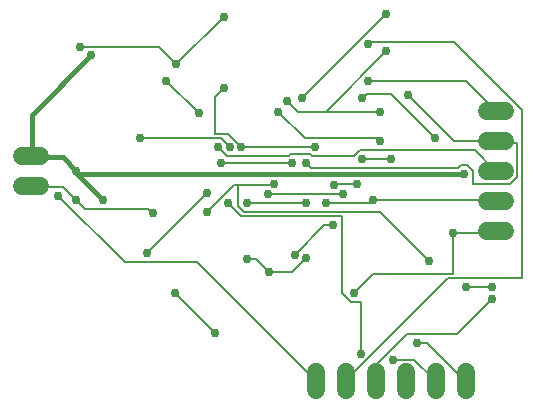
<source format=gbr>
G04 EAGLE Gerber RS-274X export*
G75*
%MOMM*%
%FSLAX34Y34*%
%LPD*%
%INBottom Copper*%
%IPPOS*%
%AMOC8*
5,1,8,0,0,1.08239X$1,22.5*%
G01*
%ADD10C,1.524000*%
%ADD11C,0.152400*%
%ADD12C,0.756400*%
%ADD13C,0.400000*%


D10*
X17780Y215900D02*
X33020Y215900D01*
X33020Y190500D02*
X17780Y190500D01*
X266700Y33020D02*
X266700Y17780D01*
X292100Y17780D02*
X292100Y33020D01*
X317500Y33020D02*
X317500Y17780D01*
X342900Y17780D02*
X342900Y33020D01*
X368300Y33020D02*
X368300Y17780D01*
X393700Y17780D02*
X393700Y33020D01*
X411480Y152400D02*
X426720Y152400D01*
X426720Y177800D02*
X411480Y177800D01*
X411480Y203200D02*
X426720Y203200D01*
X426720Y228600D02*
X411480Y228600D01*
X411480Y254000D02*
X426720Y254000D01*
D11*
X361250Y57500D02*
X392500Y26250D01*
X361250Y57500D02*
X352500Y57500D01*
X392500Y26250D02*
X393700Y25400D01*
X382500Y151250D02*
X418750Y151250D01*
X419100Y152400D01*
X188750Y333750D02*
X148750Y293750D01*
X52500Y190000D02*
X63750Y178750D01*
X52500Y190000D02*
X26250Y190000D01*
X25400Y190500D01*
X133750Y308750D02*
X148750Y293750D01*
X133750Y308750D02*
X67500Y308750D01*
X125000Y171250D02*
X128750Y167500D01*
X125000Y171250D02*
X71250Y171250D01*
X63750Y178750D01*
X382500Y151250D02*
X382500Y116250D01*
X315000Y116250D01*
X298750Y100000D01*
D12*
X352500Y57500D03*
X382500Y151250D03*
X148750Y293750D03*
X188750Y333750D03*
X63750Y178750D03*
X67500Y308750D03*
X128750Y167500D03*
X298750Y100000D03*
D11*
X246250Y210000D02*
X186250Y210000D01*
X175000Y185000D02*
X123750Y133750D01*
D12*
X246250Y210000D03*
X186250Y210000D03*
X175000Y185000D03*
X123750Y133750D03*
D11*
X393750Y105000D02*
X416250Y105000D01*
D12*
X416250Y105000D03*
X393750Y105000D03*
D11*
X257500Y231250D02*
X235000Y253750D01*
X257500Y231250D02*
X318750Y231250D01*
X321250Y228750D01*
D12*
X235000Y253750D03*
X321250Y228750D03*
D11*
X251250Y253750D02*
X242500Y262500D01*
X275000Y253750D02*
X321250Y253750D01*
X275000Y253750D02*
X251250Y253750D01*
X275000Y253750D02*
X326250Y305000D01*
D12*
X242500Y262500D03*
X321250Y253750D03*
X326250Y305000D03*
D11*
X167500Y252500D02*
X140000Y280000D01*
D12*
X167500Y252500D03*
X140000Y280000D03*
D11*
X166250Y126250D02*
X266250Y26250D01*
X166250Y126250D02*
X105000Y126250D01*
X48750Y182500D01*
X266250Y26250D02*
X266700Y25400D01*
D12*
X48750Y182500D03*
D13*
X26250Y251250D02*
X76250Y301250D01*
X26250Y251250D02*
X26250Y216250D01*
X25400Y215900D01*
X52500Y215000D02*
X63750Y203750D01*
X52500Y215000D02*
X27500Y215000D01*
X25400Y215900D01*
X62500Y202500D02*
X86250Y178750D01*
X62500Y202500D02*
X63750Y203750D01*
X66250Y201250D02*
X392500Y201250D01*
X66250Y201250D02*
X63750Y203750D01*
D12*
X76250Y301250D03*
X63750Y203750D03*
X86250Y178750D03*
X392500Y201250D03*
D11*
X418750Y178750D02*
X315000Y178750D01*
X418750Y178750D02*
X419100Y177800D01*
X188750Y273750D02*
X181250Y266250D01*
X181250Y235000D01*
X192500Y235000D01*
X203750Y223750D01*
X266250Y223750D01*
X258750Y130000D02*
X246250Y117500D01*
X227500Y117500D01*
X216250Y128750D01*
X208750Y128750D01*
X312500Y176250D02*
X315000Y178750D01*
X312500Y176250D02*
X275000Y176250D01*
D12*
X315000Y178750D03*
X188750Y273750D03*
X203750Y223750D03*
X266250Y223750D03*
X258750Y130000D03*
X227500Y117500D03*
X208750Y128750D03*
X275000Y176250D03*
D11*
X258750Y176250D02*
X208750Y176250D01*
X345000Y267500D02*
X383750Y228750D01*
X418750Y228750D01*
X419100Y228600D01*
X262500Y206250D02*
X258750Y210000D01*
X262500Y206250D02*
X387500Y206250D01*
X390000Y208750D01*
X395000Y208750D01*
X400000Y203750D01*
X400000Y192500D01*
X431250Y192500D01*
X437500Y198750D01*
X437500Y227500D01*
X420000Y227500D01*
X419100Y228600D01*
D12*
X208750Y176250D03*
X258750Y176250D03*
X345000Y267500D03*
X258750Y210000D03*
D11*
X290000Y183750D02*
X226250Y183750D01*
X393750Y280000D02*
X418750Y255000D01*
X393750Y280000D02*
X311250Y280000D01*
X418750Y255000D02*
X419100Y254000D01*
D12*
X226250Y183750D03*
X290000Y183750D03*
X311250Y280000D03*
D11*
X193750Y223750D02*
X186250Y231250D01*
X117500Y231250D01*
X350000Y43750D02*
X367500Y26250D01*
X350000Y43750D02*
X332500Y43750D01*
X305000Y48750D02*
X305000Y92500D01*
X296250Y92500D01*
X288750Y100000D01*
X288750Y165000D01*
X203750Y165000D01*
X192500Y176250D01*
X367500Y26250D02*
X368300Y25400D01*
D12*
X193750Y223750D03*
X117500Y231250D03*
X332500Y43750D03*
X305000Y48750D03*
X192500Y176250D03*
D11*
X230000Y191250D02*
X231250Y192500D01*
X201250Y191250D02*
X197500Y191250D01*
X201250Y191250D02*
X230000Y191250D01*
X197500Y191250D02*
X175000Y168750D01*
X255000Y265000D02*
X326250Y336250D01*
X321250Y168750D02*
X362500Y127500D01*
X321250Y168750D02*
X206250Y168750D01*
X201250Y173750D01*
X201250Y191250D01*
D12*
X231250Y192500D03*
X175000Y168750D03*
X326250Y336250D03*
X255000Y265000D03*
X362500Y127500D03*
D11*
X311250Y311250D02*
X312500Y312500D01*
X383750Y312500D01*
X441250Y255000D01*
X441250Y112500D01*
X378750Y112500D01*
X292500Y26250D01*
X292100Y25400D01*
D12*
X311250Y311250D03*
D11*
X416250Y95000D02*
X386250Y65000D01*
X343750Y65000D01*
X317500Y38750D01*
X317500Y25400D01*
D12*
X416250Y95000D03*
D11*
X330000Y213750D02*
X306250Y213750D01*
D12*
X306250Y213750D03*
X330000Y213750D03*
D11*
X306250Y265000D02*
X310000Y268750D01*
X330000Y268750D01*
X367500Y231250D01*
D12*
X306250Y265000D03*
X367500Y231250D03*
D11*
X273750Y157500D02*
X248750Y132500D01*
X273750Y157500D02*
X281250Y157500D01*
X282500Y191250D02*
X283750Y192500D01*
X301250Y192500D01*
D12*
X248750Y132500D03*
X281250Y157500D03*
X282500Y191250D03*
X301250Y192500D03*
D11*
X181250Y66250D02*
X147500Y100000D01*
D12*
X147500Y100000D03*
X181250Y66250D03*
D11*
X191250Y216250D02*
X183750Y223750D01*
X191250Y216250D02*
X243750Y216250D01*
X245000Y217500D01*
X262500Y217500D01*
X263750Y216250D01*
X298750Y216250D01*
X303750Y221250D01*
X401250Y221250D01*
X418750Y203750D01*
X419100Y203200D01*
D12*
X183750Y223750D03*
M02*

</source>
